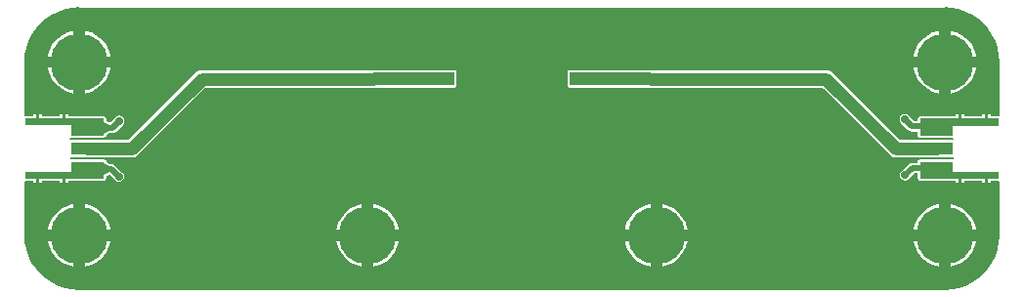
<source format=gtl>
G04*
G04 #@! TF.GenerationSoftware,Altium Limited,Altium Designer,21.4.1 (30)*
G04*
G04 Layer_Physical_Order=1*
G04 Layer_Color=255*
%FSLAX25Y25*%
%MOIN*%
G70*
G04*
G04 #@! TF.SameCoordinates,35213D09-E783-4A94-B544-0D3754CD514C*
G04*
G04*
G04 #@! TF.FilePolarity,Positive*
G04*
G01*
G75*
%ADD10R,0.11024X0.04331*%
%ADD11R,0.01000X0.01000*%
%ADD16C,0.01968*%
%ADD17C,0.04331*%
%ADD18C,0.19685*%
%ADD19C,0.02795*%
G36*
X317400Y97267D02*
X319797Y96790D01*
X322112Y96005D01*
X324304Y94924D01*
X326337Y93565D01*
X328174Y91954D01*
X329786Y90116D01*
X331144Y88084D01*
X332225Y85891D01*
X333011Y83577D01*
X333488Y81179D01*
X333645Y78776D01*
X333638Y78740D01*
Y60410D01*
X333445Y60252D01*
X330654D01*
Y60949D01*
X329654D01*
Y59449D01*
X328654D01*
Y60949D01*
X327654D01*
Y60252D01*
X321598D01*
Y60949D01*
X320598D01*
Y59449D01*
X319598D01*
Y60949D01*
X318598D01*
Y60252D01*
X306673D01*
X306366Y60190D01*
X306105Y60017D01*
X305931Y59756D01*
X305873Y59465D01*
X305673D01*
Y58630D01*
X304493D01*
X302896Y60227D01*
X302721Y60489D01*
X302135Y60881D01*
X301444Y61018D01*
X300753Y60881D01*
X300167Y60489D01*
X299775Y59903D01*
X299638Y59212D01*
Y59125D01*
X299775Y58434D01*
X300167Y57848D01*
X302468Y55546D01*
X303054Y55155D01*
X303745Y55017D01*
X305673D01*
Y53134D01*
X306163D01*
X306366Y52999D01*
X306673Y52937D01*
X317736D01*
X317768Y52944D01*
X318165Y52665D01*
X318124Y52347D01*
X318035Y52165D01*
X312379D01*
X312185Y52191D01*
X299521D01*
X276574Y75137D01*
X275958Y75611D01*
X275239Y75908D01*
X274468Y76010D01*
X214559D01*
X214483Y76000D01*
X187000D01*
X186693Y75939D01*
X186432Y75765D01*
X186258Y75504D01*
X186197Y75197D01*
Y70866D01*
X186258Y70559D01*
X186432Y70298D01*
X186693Y70124D01*
X187000Y70063D01*
X214483D01*
X214559Y70053D01*
X273235D01*
X296181Y47107D01*
X296182Y47107D01*
X296798Y46633D01*
X297517Y46336D01*
X298287Y46234D01*
X298288Y46234D01*
X312185D01*
X312379Y46260D01*
X318035D01*
X318124Y46078D01*
X318165Y45760D01*
X317768Y45482D01*
X317736Y45488D01*
X306673D01*
X306366Y45427D01*
X306163Y45291D01*
X305673D01*
Y44408D01*
X303881D01*
X303190Y44270D01*
X302604Y43879D01*
X300216Y41491D01*
X299824Y40905D01*
X299687Y40213D01*
X299824Y39522D01*
X300216Y38936D01*
X300802Y38544D01*
X301493Y38407D01*
X302184Y38544D01*
X302770Y38936D01*
X304629Y40795D01*
X305673D01*
Y38961D01*
X305873D01*
X305931Y38669D01*
X306105Y38409D01*
X306366Y38235D01*
X306673Y38174D01*
X318598D01*
Y37476D01*
X319598D01*
Y38976D01*
X306673D01*
Y44685D01*
X317736D01*
Y41142D01*
X333445D01*
Y38976D01*
X329654D01*
Y37476D01*
X330654D01*
Y38174D01*
X333158D01*
X333658Y37762D01*
X333643Y20185D01*
X333642Y19705D01*
X333638Y19685D01*
X333615Y19195D01*
X333488Y17246D01*
X333011Y14849D01*
X332225Y12534D01*
X331144Y10342D01*
X329786Y8309D01*
X328174Y6471D01*
X326337Y4860D01*
X324304Y3502D01*
X322112Y2421D01*
X319797Y1635D01*
X317400Y1158D01*
X314996Y1001D01*
X314961Y1008D01*
X20184Y1008D01*
X19685Y1008D01*
X19195Y1030D01*
X17246Y1158D01*
X14849Y1635D01*
X12534Y2421D01*
X10342Y3502D01*
X8309Y4860D01*
X6471Y6471D01*
X4860Y8309D01*
X3502Y10342D01*
X2421Y12534D01*
X1635Y14849D01*
X1158Y17246D01*
X1030Y19195D01*
X1008Y19685D01*
X1003Y19705D01*
X1003Y20185D01*
X988Y37762D01*
X1488Y38173D01*
X3992D01*
Y37476D01*
X4992D01*
Y38976D01*
X5992D01*
Y37476D01*
X6992D01*
Y38173D01*
X13047D01*
Y37476D01*
X14047D01*
Y38976D01*
X15047D01*
Y37476D01*
X16047D01*
Y38173D01*
X27972D01*
X28280Y38235D01*
X28540Y38409D01*
X28714Y38669D01*
X28772Y38961D01*
X28972D01*
Y39766D01*
X30054Y40307D01*
X31900Y38461D01*
X32486Y38069D01*
X33177Y37931D01*
X33868Y38069D01*
X34455Y38461D01*
X34846Y39047D01*
X34984Y39738D01*
X34846Y40429D01*
X34455Y41015D01*
X32066Y43403D01*
X31480Y43795D01*
X30789Y43932D01*
X30080D01*
X28972Y44486D01*
Y45291D01*
X28482D01*
X28280Y45427D01*
X27972Y45488D01*
X16909D01*
X16878Y45482D01*
X16481Y45760D01*
X16522Y46078D01*
X16611Y46260D01*
X22267D01*
X22461Y46234D01*
X37713D01*
X38483Y46336D01*
X39202Y46633D01*
X39819Y47107D01*
X62765Y70053D01*
X120079D01*
X120155Y70063D01*
X147638D01*
X147945Y70124D01*
X148205Y70298D01*
X148380Y70559D01*
X148441Y70866D01*
Y75197D01*
X148380Y75504D01*
X148205Y75765D01*
X147945Y75939D01*
X147638Y76000D01*
X120155D01*
X120079Y76010D01*
X61532D01*
X61532Y76010D01*
X60761Y75908D01*
X60042Y75611D01*
X59426Y75137D01*
X59425Y75137D01*
X36479Y52191D01*
X22461D01*
X22267Y52165D01*
X16611D01*
X16522Y52347D01*
X16481Y52665D01*
X16878Y52944D01*
X16909Y52937D01*
X27972D01*
X28280Y52998D01*
X28482Y53134D01*
X28972D01*
Y53988D01*
X30080Y54542D01*
X30925D01*
X31616Y54680D01*
X32203Y55071D01*
X34504Y57372D01*
X34895Y57958D01*
X35033Y58650D01*
Y58736D01*
X34895Y59428D01*
X34504Y60014D01*
X33918Y60405D01*
X33226Y60543D01*
X32535Y60405D01*
X31949Y60014D01*
X31774Y59752D01*
X30177Y58155D01*
X30080D01*
X28972Y58709D01*
Y59465D01*
X28772D01*
X28714Y59756D01*
X28540Y60017D01*
X28280Y60190D01*
X27972Y60252D01*
X16047D01*
Y60949D01*
X15047D01*
Y59449D01*
X27972D01*
Y58311D01*
X29929Y57333D01*
Y55364D01*
X27972Y54386D01*
Y53740D01*
X16909D01*
Y57284D01*
X1201D01*
Y59449D01*
X4992D01*
Y60949D01*
X3992D01*
Y60252D01*
X1201D01*
X1008Y60410D01*
Y78740D01*
X1001Y78776D01*
X1158Y81179D01*
X1635Y83577D01*
X2421Y85891D01*
X3502Y88084D01*
X4860Y90116D01*
X6471Y91954D01*
X8309Y93565D01*
X10342Y94924D01*
X12534Y96005D01*
X14849Y96790D01*
X17246Y97267D01*
X19649Y97425D01*
X19685Y97418D01*
X314961D01*
X314996Y97425D01*
X317400Y97267D01*
D02*
G37*
G36*
X214559Y70866D02*
X187000D01*
Y75197D01*
X214559D01*
Y70866D01*
D02*
G37*
G36*
X147638D02*
X120079D01*
Y75197D01*
X147638D01*
Y70866D01*
D02*
G37*
G36*
X333445Y57087D02*
X317736D01*
Y53740D01*
X306673D01*
Y59449D01*
X333445D01*
Y57087D01*
D02*
G37*
G36*
X27972Y44089D02*
X29929Y43110D01*
Y41142D01*
X27972Y40163D01*
Y38976D01*
X1201D01*
Y41339D01*
X16909D01*
Y44685D01*
X27972D01*
Y44089D01*
D02*
G37*
%LPC*%
G36*
X316929Y89406D02*
Y80709D01*
X325626D01*
X325536Y81279D01*
X325009Y82902D01*
X324234Y84423D01*
X323231Y85804D01*
X322024Y87010D01*
X320643Y88013D01*
X319123Y88788D01*
X317500Y89316D01*
X316929Y89406D01*
D02*
G37*
G36*
X312992D02*
X312422Y89316D01*
X310799Y88788D01*
X309278Y88013D01*
X307897Y87010D01*
X306690Y85804D01*
X305687Y84423D01*
X304912Y82902D01*
X304385Y81279D01*
X304295Y80709D01*
X312992D01*
Y89406D01*
D02*
G37*
G36*
X21654D02*
Y80709D01*
X30351D01*
X30261Y81279D01*
X29733Y82902D01*
X28958Y84423D01*
X27955Y85804D01*
X26748Y87010D01*
X25368Y88013D01*
X23847Y88788D01*
X22224Y89316D01*
X21654Y89406D01*
D02*
G37*
G36*
X17717D02*
X17146Y89316D01*
X15523Y88788D01*
X14002Y88013D01*
X12622Y87010D01*
X11415Y85804D01*
X10412Y84423D01*
X9637Y82902D01*
X9110Y81279D01*
X9019Y80709D01*
X17717D01*
Y89406D01*
D02*
G37*
G36*
X325626Y76772D02*
X316929D01*
Y68074D01*
X317500Y68165D01*
X319123Y68692D01*
X320643Y69467D01*
X322024Y70470D01*
X323231Y71677D01*
X324234Y73057D01*
X325009Y74578D01*
X325536Y76201D01*
X325626Y76772D01*
D02*
G37*
G36*
X312992D02*
X304295D01*
X304385Y76201D01*
X304912Y74578D01*
X305687Y73057D01*
X306690Y71677D01*
X307897Y70470D01*
X309278Y69467D01*
X310799Y68692D01*
X312422Y68165D01*
X312992Y68074D01*
Y76772D01*
D02*
G37*
G36*
X30351D02*
X21654D01*
Y68074D01*
X22224Y68165D01*
X23847Y68692D01*
X25368Y69467D01*
X26748Y70470D01*
X27955Y71677D01*
X28958Y73057D01*
X29733Y74578D01*
X30261Y76201D01*
X30351Y76772D01*
D02*
G37*
G36*
X17717D02*
X9019D01*
X9110Y76201D01*
X9637Y74578D01*
X10412Y73057D01*
X11415Y71677D01*
X12622Y70470D01*
X14002Y69467D01*
X15523Y68692D01*
X17146Y68165D01*
X17717Y68074D01*
Y76772D01*
D02*
G37*
G36*
X14047Y60949D02*
X13047D01*
Y60252D01*
X6992D01*
Y60949D01*
X5992D01*
Y59449D01*
X14047D01*
Y60949D01*
D02*
G37*
G36*
X328654Y38976D02*
X320598D01*
Y37476D01*
X321598D01*
Y38174D01*
X327654D01*
Y37476D01*
X328654D01*
Y38976D01*
D02*
G37*
G36*
X316929Y30351D02*
Y21654D01*
X325626D01*
X325536Y22224D01*
X325009Y23847D01*
X324234Y25368D01*
X323231Y26748D01*
X322024Y27955D01*
X320643Y28958D01*
X319123Y29733D01*
X317500Y30261D01*
X316929Y30351D01*
D02*
G37*
G36*
X312992D02*
X312422Y30261D01*
X310799Y29733D01*
X309278Y28958D01*
X307897Y27955D01*
X306690Y26748D01*
X305687Y25368D01*
X304912Y23847D01*
X304385Y22224D01*
X304295Y21654D01*
X312992D01*
Y30351D01*
D02*
G37*
G36*
X218504D02*
Y21654D01*
X227201D01*
X227111Y22224D01*
X226584Y23847D01*
X225809Y25368D01*
X224806Y26748D01*
X223599Y27955D01*
X222218Y28958D01*
X220697Y29733D01*
X219074Y30261D01*
X218504Y30351D01*
D02*
G37*
G36*
X214567D02*
X213997Y30261D01*
X212373Y29733D01*
X210853Y28958D01*
X209472Y27955D01*
X208265Y26748D01*
X207262Y25368D01*
X206487Y23847D01*
X205960Y22224D01*
X205870Y21654D01*
X214567D01*
Y30351D01*
D02*
G37*
G36*
X120079D02*
Y21654D01*
X128776D01*
X128686Y22224D01*
X128158Y23847D01*
X127384Y25368D01*
X126380Y26748D01*
X125174Y27955D01*
X123793Y28958D01*
X122272Y29733D01*
X120649Y30261D01*
X120079Y30351D01*
D02*
G37*
G36*
X116142D02*
X115571Y30261D01*
X113948Y29733D01*
X112427Y28958D01*
X111047Y27955D01*
X109840Y26748D01*
X108837Y25368D01*
X108062Y23847D01*
X107535Y22224D01*
X107444Y21654D01*
X116142D01*
Y30351D01*
D02*
G37*
G36*
X21654D02*
Y21654D01*
X30351D01*
X30261Y22224D01*
X29733Y23847D01*
X28958Y25368D01*
X27955Y26748D01*
X26748Y27955D01*
X25368Y28958D01*
X23847Y29733D01*
X22224Y30261D01*
X21654Y30351D01*
D02*
G37*
G36*
X17717D02*
X17146Y30261D01*
X15523Y29733D01*
X14002Y28958D01*
X12622Y27955D01*
X11415Y26748D01*
X10412Y25368D01*
X9637Y23847D01*
X9110Y22224D01*
X9019Y21654D01*
X17717D01*
Y30351D01*
D02*
G37*
G36*
X325626Y17717D02*
X316929D01*
Y9019D01*
X317500Y9110D01*
X319123Y9637D01*
X320643Y10412D01*
X322024Y11415D01*
X323231Y12622D01*
X324234Y14002D01*
X325009Y15523D01*
X325536Y17146D01*
X325626Y17717D01*
D02*
G37*
G36*
X312992D02*
X304295D01*
X304385Y17146D01*
X304912Y15523D01*
X305687Y14002D01*
X306690Y12622D01*
X307897Y11415D01*
X309278Y10412D01*
X310799Y9637D01*
X312422Y9110D01*
X312992Y9019D01*
Y17717D01*
D02*
G37*
G36*
X227201D02*
X218504D01*
Y9019D01*
X219074Y9110D01*
X220697Y9637D01*
X222218Y10412D01*
X223599Y11415D01*
X224806Y12622D01*
X225809Y14002D01*
X226584Y15523D01*
X227111Y17146D01*
X227201Y17717D01*
D02*
G37*
G36*
X214567D02*
X205870D01*
X205960Y17146D01*
X206487Y15523D01*
X207262Y14002D01*
X208265Y12622D01*
X209472Y11415D01*
X210853Y10412D01*
X212373Y9637D01*
X213997Y9110D01*
X214567Y9019D01*
Y17717D01*
D02*
G37*
G36*
X128776D02*
X120079D01*
Y9019D01*
X120649Y9110D01*
X122272Y9637D01*
X123793Y10412D01*
X125174Y11415D01*
X126380Y12622D01*
X127384Y14002D01*
X128158Y15523D01*
X128686Y17146D01*
X128776Y17717D01*
D02*
G37*
G36*
X116142D02*
X107444D01*
X107535Y17146D01*
X108062Y15523D01*
X108837Y14002D01*
X109840Y12622D01*
X111047Y11415D01*
X112427Y10412D01*
X113948Y9637D01*
X115571Y9110D01*
X116142Y9019D01*
Y17717D01*
D02*
G37*
G36*
X30351D02*
X21654D01*
Y9019D01*
X22224Y9110D01*
X23847Y9637D01*
X25368Y10412D01*
X26748Y11415D01*
X27955Y12622D01*
X28958Y14002D01*
X29733Y15523D01*
X30261Y17146D01*
X30351Y17717D01*
D02*
G37*
G36*
X17717D02*
X9019D01*
X9110Y17146D01*
X9637Y15523D01*
X10412Y14002D01*
X11415Y12622D01*
X12622Y11415D01*
X14002Y10412D01*
X15523Y9637D01*
X17146Y9110D01*
X17717Y9019D01*
Y17717D01*
D02*
G37*
%LPD*%
D10*
X22461Y56299D02*
D03*
Y42126D02*
D03*
Y49213D02*
D03*
X312185Y49213D02*
D03*
Y56299D02*
D03*
Y42126D02*
D03*
D11*
X14547Y38976D02*
D03*
X5492D02*
D03*
Y59449D02*
D03*
X14547D02*
D03*
X320098Y38976D02*
D03*
X329154D02*
D03*
Y59449D02*
D03*
X320098D02*
D03*
D16*
X312160Y56824D02*
X312210Y56775D01*
X301493Y40213D02*
X303881Y42601D01*
X312210D01*
X301444Y59125D02*
X303745Y56824D01*
X312160D01*
X301444Y59125D02*
Y59212D01*
X33226Y58650D02*
Y58736D01*
X22510Y56348D02*
X30925D01*
X33226Y58650D01*
X22461Y42126D02*
X30789D01*
X33177Y39738D01*
X22461Y56299D02*
X22510Y56348D01*
D17*
X22461Y49213D02*
X37713D01*
X61532Y73032D02*
X120079D01*
X37713Y49213D02*
X61532Y73032D01*
X274468D02*
X298287Y49213D01*
X214559Y73032D02*
X274468D01*
X298287Y49213D02*
X312185D01*
D18*
X314961Y78740D02*
D03*
X19685D02*
D03*
X314961Y19685D02*
D03*
X216535D02*
D03*
X118110D02*
D03*
X19685D02*
D03*
D19*
X33226Y58736D02*
D03*
X33177Y39738D02*
D03*
X301493Y40213D02*
D03*
X301444Y59212D02*
D03*
X68094Y56205D02*
D03*
X99590D02*
D03*
X83842D02*
D03*
X304315Y87701D02*
D03*
X296441Y71953D02*
D03*
Y8961D02*
D03*
X288567Y87701D02*
D03*
X280693Y40457D02*
D03*
X288567Y24709D02*
D03*
X280693Y8961D02*
D03*
X272819Y87701D02*
D03*
Y56205D02*
D03*
X264945Y40457D02*
D03*
X272819Y24709D02*
D03*
X264945Y8961D02*
D03*
X257071Y87701D02*
D03*
Y56205D02*
D03*
X249197Y40457D02*
D03*
X257071Y24709D02*
D03*
X249197Y8961D02*
D03*
X241323Y87701D02*
D03*
Y56205D02*
D03*
X233449Y40457D02*
D03*
X241323Y24709D02*
D03*
X233449Y8961D02*
D03*
X225575Y87701D02*
D03*
Y56205D02*
D03*
X217701Y40457D02*
D03*
X209827Y87701D02*
D03*
Y56205D02*
D03*
X201953Y40457D02*
D03*
Y8961D02*
D03*
X194079Y87701D02*
D03*
Y56205D02*
D03*
X186205Y40457D02*
D03*
X194079Y24709D02*
D03*
X186205Y8961D02*
D03*
X178331Y87701D02*
D03*
X170457Y71953D02*
D03*
X178331Y56205D02*
D03*
X170457Y40457D02*
D03*
X178331Y24709D02*
D03*
X170457Y8961D02*
D03*
X162583Y87701D02*
D03*
X154709Y71953D02*
D03*
X162583Y56205D02*
D03*
X154709Y40457D02*
D03*
X162583Y24709D02*
D03*
X154709Y8961D02*
D03*
X146835Y87701D02*
D03*
Y56205D02*
D03*
X138961Y40457D02*
D03*
X146835Y24709D02*
D03*
X138961Y8961D02*
D03*
X131087Y87701D02*
D03*
Y56205D02*
D03*
X123213Y40457D02*
D03*
X131087Y24709D02*
D03*
X115339Y87701D02*
D03*
Y56205D02*
D03*
X107465Y40457D02*
D03*
Y8961D02*
D03*
X99590Y87701D02*
D03*
X91716Y40457D02*
D03*
X99590Y24709D02*
D03*
X91716Y8961D02*
D03*
X83842Y87701D02*
D03*
X75968Y40457D02*
D03*
X83842Y24709D02*
D03*
X75968Y8961D02*
D03*
X68094Y87701D02*
D03*
X60220Y40457D02*
D03*
X68094Y24709D02*
D03*
X60220Y8961D02*
D03*
X52346Y87701D02*
D03*
X44472Y71953D02*
D03*
Y40457D02*
D03*
X52346Y24709D02*
D03*
X44472Y8961D02*
D03*
X36598Y87701D02*
D03*
Y24709D02*
D03*
X28724Y8961D02*
D03*
X12976D02*
D03*
M02*

</source>
